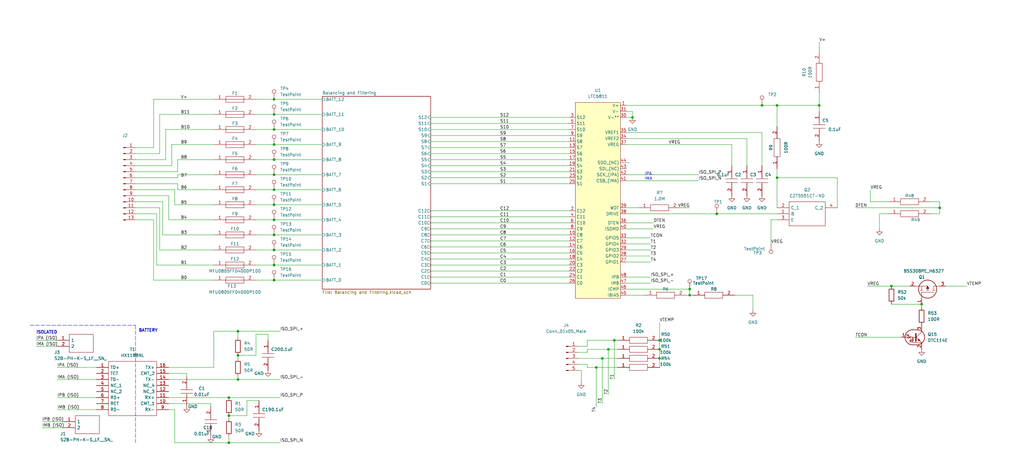
<source format=kicad_sch>
(kicad_sch (version 20211123) (generator eeschema)
  (paper "User" 431.8 199.009)
  (title_block (title "LVBMS_A_Sample_R2") (rev "2") (company "Team Swinburne"))
  (junction (at 251.46 154.94))
  (junction (at 115.57 92.71))
  (junction (at 115.57 54.61))
  (junction (at 100.33 139.7))
  (junction (at 115.57 118.11))
  (junction (at 278.13 143.51))
  (junction (at 100.33 149.86))
  (junction (at 327.66 44.45))
  (junction (at 302.26 90.17))
  (junction (at 115.57 67.31))
  (junction (at 115.57 41.91))
  (junction (at 278.13 151.13))
  (junction (at 321.31 44.45))
  (junction (at 96.52 167.64))
  (junction (at 388.62 128.27))
  (junction (at 115.57 60.96))
  (junction (at 96.52 186.69))
  (junction (at 115.57 105.41))
  (junction (at 115.57 80.01))
  (junction (at 256.54 147.32))
  (junction (at 375.92 120.65))
  (junction (at 259.08 143.51))
  (junction (at 115.57 73.66))
  (junction (at 115.57 111.76))
  (junction (at 345.44 44.45))
  (junction (at 266.7 49.53))
  (junction (at 115.57 48.26))
  (junction (at 396.24 87.63))
  (junction (at 290.83 121.92))
  (junction (at 327.66 74.93))
  (junction (at 254 151.13))
  (junction (at 278.13 147.32))
  (junction (at 100.33 160.02))
  (junction (at 115.57 86.36))
  (junction (at 96.52 175.26))
  (junction (at 115.57 99.06))
  (junction (at 290.83 124.46))
  (wire (pts (xy 107.95 73.66) (xy 115.57 73.66)))
  (wire (pts (xy 90.17 154.94) (xy 90.17 139.7)))
  (wire (pts (xy 254 151.13) (xy 260.35 151.13)))
  (wire (pts (xy 107.95 41.91) (xy 115.57 41.91)))
  (wire (pts (xy 100.33 149.86) (xy 107.95 149.86)))
  (wire (pts (xy 360.68 142.24) (xy 379.73 142.24)))
  (wire (pts (xy 370.84 90.17) (xy 370.84 96.52)))
  (wire (pts (xy 64.77 62.23) (xy 64.77 41.91)))
  (wire (pts (xy 264.16 90.17) (xy 302.26 90.17)))
  (wire (pts (xy 68.58 85.09) (xy 68.58 99.06)))
  (wire (pts (xy 100.33 139.7) (xy 118.11 139.7)))
  (wire (pts (xy 254 170.18) (xy 254 151.13)))
  (wire (pts (xy 73.66 172.72) (xy 73.66 186.69)))
  (wire (pts (xy 71.12 92.71) (xy 90.17 92.71)))
  (wire (pts (xy 243.84 153.67) (xy 247.65 153.67)))
  (wire (pts (xy 115.57 105.41) (xy 135.89 105.41)))
  (wire (pts (xy 264.16 93.98) (xy 275.59 93.98)))
  (wire (pts (xy 327.66 74.93) (xy 327.66 87.63)))
  (wire (pts (xy 247.65 154.94) (xy 251.46 154.94)))
  (wire (pts (xy 181.61 119.38) (xy 240.03 119.38)))
  (wire (pts (xy 181.61 99.06) (xy 240.03 99.06)))
  (wire (pts (xy 181.61 106.68) (xy 240.03 106.68)))
  (wire (pts (xy 290.83 121.92) (xy 290.83 124.46)))
  (wire (pts (xy 107.95 80.01) (xy 115.57 80.01)))
  (wire (pts (xy 264.16 96.52) (xy 275.59 96.52)))
  (wire (pts (xy 321.31 69.85) (xy 321.31 55.88)))
  (wire (pts (xy 251.46 154.94) (xy 251.46 171.45)))
  (wire (pts (xy 317.5 124.46) (xy 317.5 130.81)))
  (wire (pts (xy 256.54 166.37) (xy 256.54 147.32)))
  (wire (pts (xy 71.12 167.64) (xy 96.52 167.64)))
  (wire (pts (xy 69.85 54.61) (xy 69.85 67.31)))
  (wire (pts (xy 278.13 143.51) (xy 278.13 147.32)))
  (wire (pts (xy 302.26 90.17) (xy 327.66 90.17)))
  (wire (pts (xy 327.66 44.45) (xy 345.44 44.45)))
  (wire (pts (xy 264.16 76.2) (xy 294.64 76.2)))
  (wire (pts (xy 292.1 124.46) (xy 290.83 124.46)))
  (wire (pts (xy 107.95 86.36) (xy 115.57 86.36)))
  (wire (pts (xy 243.84 146.05) (xy 247.65 146.05)))
  (wire (pts (xy 78.74 158.75) (xy 78.74 157.48)))
  (wire (pts (xy 57.15 90.17) (xy 66.04 90.17)))
  (wire (pts (xy 74.93 67.31) (xy 90.17 67.31)))
  (wire (pts (xy 375.92 120.65) (xy 383.54 120.65)))
  (wire (pts (xy 245.11 156.21) (xy 243.84 156.21)))
  (polyline (pts (xy 57.15 137.16) (xy 57.15 186.69)))
  (wire (pts (xy 309.88 124.46) (xy 317.5 124.46)))
  (wire (pts (xy 104.14 175.26) (xy 96.52 175.26)))
  (wire (pts (xy 100.33 149.86) (xy 100.33 151.13)))
  (wire (pts (xy 278.13 147.32) (xy 278.13 151.13)))
  (wire (pts (xy 392.43 85.09) (xy 396.24 85.09)))
  (wire (pts (xy 325.12 92.71) (xy 325.12 102.87)))
  (wire (pts (xy 345.44 44.45) (xy 345.44 46.99)))
  (wire (pts (xy 107.95 54.61) (xy 115.57 54.61)))
  (wire (pts (xy 15.24 146.05) (xy 24.13 146.05)))
  (wire (pts (xy 17.78 180.34) (xy 26.67 180.34)))
  (wire (pts (xy 71.12 154.94) (xy 90.17 154.94)))
  (wire (pts (xy 74.93 74.93) (xy 74.93 73.66)))
  (wire (pts (xy 256.54 147.32) (xy 260.35 147.32)))
  (wire (pts (xy 57.15 74.93) (xy 74.93 74.93)))
  (wire (pts (xy 321.31 44.45) (xy 264.16 44.45)))
  (wire (pts (xy 69.85 67.31) (xy 57.15 67.31)))
  (wire (pts (xy 287.02 87.63) (xy 290.83 87.63)))
  (wire (pts (xy 266.7 46.99) (xy 264.16 46.99)))
  (wire (pts (xy 264.16 68.58) (xy 265.43 68.58)))
  (wire (pts (xy 264.16 87.63) (xy 269.24 87.63)))
  (wire (pts (xy 90.17 139.7) (xy 100.33 139.7)))
  (wire (pts (xy 24.13 160.02) (xy 40.64 160.02)))
  (wire (pts (xy 57.15 92.71) (xy 64.77 92.71)))
  (wire (pts (xy 181.61 111.76) (xy 240.03 111.76)))
  (wire (pts (xy 115.57 111.76) (xy 135.89 111.76)))
  (wire (pts (xy 181.61 69.85) (xy 240.03 69.85)))
  (wire (pts (xy 314.96 58.42) (xy 264.16 58.42)))
  (wire (pts (xy 73.66 86.36) (xy 90.17 86.36)))
  (wire (pts (xy 115.57 60.96) (xy 135.89 60.96)))
  (wire (pts (xy 181.61 96.52) (xy 240.03 96.52)))
  (wire (pts (xy 321.31 55.88) (xy 264.16 55.88)))
  (wire (pts (xy 290.83 124.46) (xy 289.56 124.46)))
  (wire (pts (xy 67.31 48.26) (xy 90.17 48.26)))
  (wire (pts (xy 367.03 85.09) (xy 374.65 85.09)))
  (wire (pts (xy 96.52 186.69) (xy 118.11 186.69)))
  (wire (pts (xy 181.61 52.07) (xy 240.03 52.07)))
  (wire (pts (xy 57.15 64.77) (xy 67.31 64.77)))
  (wire (pts (xy 73.66 186.69) (xy 96.52 186.69)))
  (wire (pts (xy 115.57 48.26) (xy 135.89 48.26)))
  (wire (pts (xy 264.16 116.84) (xy 274.32 116.84)))
  (wire (pts (xy 107.95 149.86) (xy 107.95 140.97)))
  (wire (pts (xy 107.95 118.11) (xy 115.57 118.11)))
  (wire (pts (xy 107.95 105.41) (xy 115.57 105.41)))
  (wire (pts (xy 107.95 99.06) (xy 115.57 99.06)))
  (wire (pts (xy 115.57 86.36) (xy 135.89 86.36)))
  (wire (pts (xy 264.16 124.46) (xy 271.78 124.46)))
  (wire (pts (xy 100.33 160.02) (xy 118.11 160.02)))
  (wire (pts (xy 264.16 105.41) (xy 274.32 105.41)))
  (wire (pts (xy 327.66 74.93) (xy 353.06 74.93)))
  (wire (pts (xy 365.76 120.65) (xy 375.92 120.65)))
  (wire (pts (xy 266.7 49.53) (xy 266.7 46.99)))
  (wire (pts (xy 181.61 109.22) (xy 240.03 109.22)))
  (wire (pts (xy 78.74 157.48) (xy 71.12 157.48)))
  (wire (pts (xy 264.16 102.87) (xy 274.32 102.87)))
  (wire (pts (xy 24.13 167.64) (xy 40.64 167.64)))
  (wire (pts (xy 115.57 99.06) (xy 135.89 99.06)))
  (wire (pts (xy 64.77 118.11) (xy 90.17 118.11)))
  (wire (pts (xy 24.13 154.94) (xy 40.64 154.94)))
  (wire (pts (xy 68.58 99.06) (xy 90.17 99.06)))
  (wire (pts (xy 71.12 160.02) (xy 100.33 160.02)))
  (wire (pts (xy 181.61 74.93) (xy 240.03 74.93)))
  (wire (pts (xy 259.08 160.02) (xy 259.08 143.51)))
  (wire (pts (xy 247.65 153.67) (xy 247.65 154.94)))
  (wire (pts (xy 278.13 151.13) (xy 278.13 154.94)))
  (wire (pts (xy 74.93 67.31) (xy 74.93 72.39)))
  (wire (pts (xy 308.61 60.96) (xy 308.61 69.85)))
  (wire (pts (xy 264.16 73.66) (xy 294.64 73.66)))
  (wire (pts (xy 367.03 80.01) (xy 367.03 85.09)))
  (wire (pts (xy 181.61 62.23) (xy 240.03 62.23)))
  (wire (pts (xy 321.31 44.45) (xy 327.66 44.45)))
  (wire (pts (xy 115.57 118.11) (xy 135.89 118.11)))
  (wire (pts (xy 72.39 69.85) (xy 72.39 60.96)))
  (wire (pts (xy 74.93 77.47) (xy 74.93 80.01)))
  (wire (pts (xy 66.04 90.17) (xy 66.04 111.76)))
  (wire (pts (xy 314.96 69.85) (xy 314.96 58.42)))
  (wire (pts (xy 64.77 41.91) (xy 90.17 41.91)))
  (wire (pts (xy 69.85 54.61) (xy 90.17 54.61)))
  (wire (pts (xy 374.65 90.17) (xy 370.84 90.17)))
  (wire (pts (xy 392.43 90.17) (xy 396.24 90.17)))
  (wire (pts (xy 345.44 17.78) (xy 345.44 21.59)))
  (wire (pts (xy 115.57 67.31) (xy 135.89 67.31)))
  (wire (pts (xy 57.15 80.01) (xy 73.66 80.01)))
  (wire (pts (xy 67.31 87.63) (xy 57.15 87.63)))
  (wire (pts (xy 72.39 60.96) (xy 90.17 60.96)))
  (wire (pts (xy 71.12 170.18) (xy 88.9 170.18)))
  (wire (pts (xy 247.65 147.32) (xy 256.54 147.32)))
  (wire (pts (xy 360.68 87.63) (xy 396.24 87.63)))
  (wire (pts (xy 247.65 148.59) (xy 247.65 147.32)))
  (wire (pts (xy 113.03 140.97) (xy 113.03 143.51)))
  (wire (pts (xy 388.62 128.27) (xy 388.62 129.54)))
  (wire (pts (xy 74.93 73.66) (xy 90.17 73.66)))
  (wire (pts (xy 74.93 72.39) (xy 57.15 72.39)))
  (wire (pts (xy 327.66 71.12) (xy 327.66 74.93)))
  (wire (pts (xy 115.57 92.71) (xy 135.89 92.71)))
  (wire (pts (xy 100.33 158.75) (xy 100.33 160.02)))
  (wire (pts (xy 181.61 114.3) (xy 240.03 114.3)))
  (wire (pts (xy 57.15 77.47) (xy 74.93 77.47)))
  (wire (pts (xy 96.52 167.64) (xy 118.11 167.64)))
  (wire (pts (xy 71.12 172.72) (xy 73.66 172.72)))
  (wire (pts (xy 181.61 101.6) (xy 240.03 101.6)))
  (wire (pts (xy 264.16 110.49) (xy 274.32 110.49)))
  (wire (pts (xy 259.08 143.51) (xy 260.35 143.51)))
  (wire (pts (xy 181.61 67.31) (xy 240.03 67.31)))
  (wire (pts (xy 398.78 120.65) (xy 407.67 120.65)))
  (wire (pts (xy 181.61 64.77) (xy 240.03 64.77)))
  (wire (pts (xy 109.22 168.91) (xy 104.14 168.91)))
  (wire (pts (xy 278.13 143.51) (xy 278.13 135.89)))
  (wire (pts (xy 71.12 92.71) (xy 71.12 82.55)))
  (wire (pts (xy 181.61 54.61) (xy 240.03 54.61)))
  (wire (pts (xy 115.57 80.01) (xy 135.89 80.01)))
  (wire (pts (xy 181.61 88.9) (xy 240.03 88.9)))
  (wire (pts (xy 66.04 111.76) (xy 90.17 111.76)))
  (wire (pts (xy 181.61 59.69) (xy 240.03 59.69)))
  (wire (pts (xy 396.24 85.09) (xy 396.24 87.63)))
  (wire (pts (xy 264.16 60.96) (xy 308.61 60.96)))
  (wire (pts (xy 181.61 104.14) (xy 240.03 104.14)))
  (wire (pts (xy 181.61 49.53) (xy 240.03 49.53)))
  (polyline (pts (xy 12.7 137.16) (xy 57.15 137.16)))
  (wire (pts (xy 264.16 121.92) (xy 290.83 121.92)))
  (wire (pts (xy 100.33 139.7) (xy 100.33 142.24)))
  (wire (pts (xy 107.95 92.71) (xy 115.57 92.71)))
  (wire (pts (xy 264.16 49.53) (xy 266.7 49.53)))
  (wire (pts (xy 57.15 62.23) (xy 64.77 62.23)))
  (wire (pts (xy 345.44 44.45) (xy 345.44 39.37)))
  (wire (pts (xy 247.65 146.05) (xy 247.65 143.51)))
  (wire (pts (xy 17.78 177.8) (xy 26.67 177.8)))
  (wire (pts (xy 115.57 54.61) (xy 135.89 54.61)))
  (wire (pts (xy 73.66 80.01) (xy 73.66 86.36)))
  (wire (pts (xy 264.16 107.95) (xy 274.32 107.95)))
  (wire (pts (xy 264.16 119.38) (xy 274.32 119.38)))
  (wire (pts (xy 247.65 143.51) (xy 259.08 143.51)))
  (wire (pts (xy 67.31 64.77) (xy 67.31 48.26)))
  (wire (pts (xy 181.61 77.47) (xy 240.03 77.47)))
  (wire (pts (xy 375.92 128.27) (xy 388.62 128.27)))
  (wire (pts (xy 115.57 41.91) (xy 135.89 41.91)))
  (wire (pts (xy 74.93 80.01) (xy 90.17 80.01)))
  (wire (pts (xy 88.9 171.45) (xy 88.9 170.18)))
  (wire (pts (xy 57.15 85.09) (xy 68.58 85.09)))
  (wire (pts (xy 251.46 154.94) (xy 260.35 154.94)))
  (wire (pts (xy 67.31 105.41) (xy 67.31 87.63)))
  (wire (pts (xy 115.57 73.66) (xy 135.89 73.66)))
  (wire (pts (xy 181.61 116.84) (xy 240.03 116.84)))
  (wire (pts (xy 57.15 69.85) (xy 72.39 69.85)))
  (wire (pts (xy 181.61 93.98) (xy 240.03 93.98)))
  (wire (pts (xy 181.61 72.39) (xy 240.03 72.39)))
  (wire (pts (xy 264.16 100.33) (xy 274.32 100.33)))
  (wire (pts (xy 396.24 87.63) (xy 396.24 90.17)))
  (wire (pts (xy 181.61 57.15) (xy 240.03 57.15)))
  (wire (pts (xy 107.95 67.31) (xy 115.57 67.31)))
  (wire (pts (xy 96.52 175.26) (xy 96.52 176.53)))
  (wire (pts (xy 327.66 92.71) (xy 325.12 92.71)))
  (wire (pts (xy 243.84 151.13) (xy 254 151.13)))
  (wire (pts (xy 107.95 60.96) (xy 115.57 60.96)))
  (wire (pts (xy 353.06 87.63) (xy 353.06 74.93)))
  (wire (pts (xy 243.84 148.59) (xy 247.65 148.59)))
  (wire (pts (xy 107.95 48.26) (xy 115.57 48.26)))
  (wire (pts (xy 15.24 143.51) (xy 24.13 143.51)))
  (wire (pts (xy 327.66 44.45) (xy 327.66 53.34)))
  (wire (pts (xy 96.52 184.15) (xy 96.52 186.69)))
  (wire (pts (xy 107.95 111.76) (xy 115.57 111.76)))
  (wire (pts (xy 24.13 172.72) (xy 40.64 172.72)))
  (wire (pts (xy 181.61 91.44) (xy 240.03 91.44)))
  (wire (pts (xy 64.77 92.71) (xy 64.77 118.11)))
  (wire (pts (xy 107.95 140.97) (xy 113.03 140.97)))
  (wire (pts (xy 71.12 82.55) (xy 57.15 82.55)))
  (wire (pts (xy 67.31 105.41) (xy 90.17 105.41)))
  (wire (pts (xy 104.14 168.91) (xy 104.14 175.26)))
  (wire (pts (xy 245.11 161.29) (xy 245.11 156.21)))
  (text "IPA\nIMA" (at 271.78 76.2 0) (effects (font (size 1.27 1.27)) (justify left bottom)))
  (text "BATTERY\n\n" (at 58.42 142.24 0) (effects (font (size 1.27 1.27) bold) (justify left bottom)))
  (text "ISOLATED\n" (at 15.24 140.97 0) (effects (font (size 1.27 1.27) (thickness 0.254) bold) (justify left bottom)))
  (label "T2" (at 274.32 105.41 0))
  (label "VREG" (at 367.03 80.01 0))
  (label "T3" (at 274.32 107.95 0))
  (label "S10" (at 210.82 54.61 0))
  (label "ISO_SPI_N" (at 118.11 186.69 0))
  (label "C9" (at 210.82 96.52 0))
  (label "B9" (at 76.2 60.96 0))
  (label "S2" (at 210.82 74.93 0))
  (label "T4" (at 251.46 171.45 270))
  (label "C10" (at 210.82 93.98 0))
  (label "ISO_SPI_-" (at 274.32 119.38 0))
  (label "T1" (at 274.32 102.87 0))
  (label "ISO_SPI_N" (at 294.64 76.2 0))
  (label "ISO_SPI_P" (at 118.11 167.64 0))
  (label "S7" (at 210.82 62.23 0))
  (label "B11" (at 76.2 48.26 0))
  (label "S1" (at 210.82 77.47 0))
  (label "B7" (at 76.2 74.93 0))
  (label "S4" (at 210.82 69.85 0))
  (label "DTEN" (at 360.68 87.63 0))
  (label "C4" (at 210.82 109.22 0))
  (label "B3" (at 76.2 99.06 0))
  (label "B2" (at 76.2 105.41 0))
  (label "S8" (at 210.82 59.69 0))
  (label "IPB (ISO)" (at 17.78 177.8 0))
  (label "TCON" (at 274.32 100.33 0))
  (label "VREG" (at 325.12 102.87 0))
  (label "S3" (at 210.82 72.39 0))
  (label "T1" (at 259.08 160.02 90))
  (label "IMA (ISO)" (at 24.13 160.02 0))
  (label "ISO_SPI_+" (at 118.11 139.7 0))
  (label "IPA (ISO)" (at 15.24 143.51 0))
  (label "DTEN" (at 275.59 93.98 0))
  (label "IMA (ISO)" (at 15.24 146.05 0))
  (label "C3" (at 210.82 111.76 0))
  (label "S5" (at 210.82 67.31 0))
  (label "V+" (at 345.44 17.78 0))
  (label "C5" (at 210.82 106.68 0))
  (label "B8" (at 76.2 67.31 0))
  (label "S11" (at 210.82 52.07 0))
  (label "S6" (at 210.82 64.77 0))
  (label "VTEMP" (at 278.13 135.89 0))
  (label "TCON" (at 360.68 142.24 0))
  (label "ISO_SPI_+" (at 274.32 116.84 0))
  (label "C1" (at 210.82 116.84 0))
  (label "VREG" (at 365.76 120.65 0))
  (label "B1" (at 76.2 111.76 0))
  (label "B0" (at 76.2 118.11 0))
  (label "VTEMP" (at 407.67 120.65 0))
  (label "IPB (ISO)" (at 24.13 167.64 0))
  (label "V+" (at 76.2 41.91 0))
  (label "S9" (at 210.82 57.15 0))
  (label "C0" (at 210.82 119.38 0))
  (label "ISO_SPI_P" (at 294.64 73.66 0))
  (label "VREG" (at 290.83 87.63 180))
  (label "C12" (at 210.82 88.9 0))
  (label "VREG" (at 275.59 96.52 0))
  (label "C11" (at 210.82 91.44 0))
  (label "IMB (ISO)" (at 17.78 180.34 0))
  (label "C7" (at 210.82 101.6 0))
  (label "IMB (ISO)" (at 24.13 172.72 0))
  (label "ISO_SPI_-" (at 118.11 160.02 0))
  (label "VREG" (at 281.94 60.96 0))
  (label "C6" (at 210.82 104.14 0))
  (label "B10" (at 76.2 54.61 0))
  (label "B5" (at 76.2 86.36 0))
  (label "IPA (ISO)" (at 24.13 154.94 0))
  (label "B4" (at 76.2 92.71 0))
  (label "T2" (at 256.54 166.37 90))
  (label "T4" (at 274.32 110.49 0))
  (label "C2" (at 210.82 114.3 0))
  (label "C8" (at 210.82 99.06 0))
  (label "S12" (at 210.82 49.53 0))
  (label "B6" (at 76.2 80.01 0))
  (label "T3" (at 254 170.18 90))
  (symbol (lib_id "ERJP06F1000V:ERJP06F1000V") (at 374.65 85.09 0) (unit 1)
    (property "Reference" "R48" (at 383.54 82.55 0))
    (property "Value" "100R" (effects hide))
    (property "Footprint" "Resistor_SMD:R_0603_1608Metric_Pad0.98x0.95mm_HandSolder" (effects hide))
    (property "Datasheet" "https://industrial.panasonic.com/cdbs/www-data/pdf/RDO0000/AOA0000C331.pdf" (effects hide))
    (property "Description" "Panasonic ERJP06 Series Thick Film Surface Mount Resistor 0805 Case 100 +/-1% 0.5W +/-100ppm/C" (effects hide))
    (property "Height" "0.7" (effects hide))
    (property "Manufacturer_Name" "Panasonic" (effects hide))
    (property "Manufacturer_Part_Number" "ERJP06F1000V" (effects hide))
  )
  (symbol (lib_id "Connector:TestPoint") (at 115.57 60.96 0) (unit 1)
    (property "Reference" "TP7" (at 118.11 56.3879 0) (effects (justify left)))
    (property "Value" "TestPoint" (at 118.11 58.9279 0) (effects (justify left)))
    (property "Footprint" "TestPoint:TestPoint_Pad_D1.0mm" (effects hide))
  )
  (symbol (lib_id "Device:R") (at 96.52 180.34 0) (unit 1)
    (property "Reference" "R3" (at 99.06 179.0699 0) (effects (justify left)))
    (property "Value" "50R" (at 99.06 181.6099 0) (effects (justify left)))
    (property "Footprint" "Resistor_SMD:R_0603_1608Metric_Pad0.98x0.95mm_HandSolder" (effects hide))
  )
  (symbol (lib_id "Connector:TestPoint") (at 115.57 111.76 0) (unit 1)
    (property "Reference" "TP15" (at 118.11 107.1879 0) (effects (justify left)))
    (property "Value" "TestPoint" (at 118.11 109.7279 0) (effects (justify left)))
    (property "Footprint" "TestPoint:TestPoint_Pad_D1.0mm" (effects hide))
  )
  (symbol (lib_id "MFU0805FF04000P100:MFU0805FF04000P100") (at 90.17 48.26 0) (unit 1)
    (property "Reference" "F2" (at 99.06 45.72 0))
    (property "Value" "MFU0805FF04000P100" (effects hide))
    (property "Footprint" "Fuse:Fuse_0603_1608Metric_Pad1.05x0.95mm_HandSolder" (effects hide))
    (property "Datasheet" "http://www.vishay.com/docs/28747/mfuserie.pdf" (effects hide))
    (property "Description" "VISHAY - MFU0805FF04000P100. - FUSE, 0805 SMD, 4A" (effects hide))
    (property "Height" "0.55" (effects hide))
    (property "Manufacturer_Name" "Vishay" (effects hide))
    (property "Manufacturer_Part_Number" "MFU0805FF04000P100" (effects hide))
    (property "Mouser Part Number" "594-MFU0805FF04000P1" (effects hide))
    (property "Mouser Price/Stock" "https://www.mouser.co.uk/ProductDetail/Vishay-Beyschlag/MFU0805FF04000P100?qs=oI046glRurvInTGsRs7uKw%3D%3D" (effects hide))
    (property "Arrow Part Number" "MFU0805FF04000P100" (effects hide))
    (property "Arrow Price/Stock" "https://www.arrow.com/en/products/mfu0805ff04000p100/vishay?region=nac" (effects hide))
  )
  (symbol (lib_id "Transistor_BJT:DTC114E") (at 386.08 142.24 0) (unit 1)
    (property "Reference" "Q15" (at 391.16 140.9699 0) (effects (justify left)))
    (property "Value" "DTC114E" (at 391.16 143.5099 0) (effects (justify left)))
    (property "Footprint" "Package_TO_SOT_SMD:SOT-23" (effects hide))
  )
  (symbol (lib_id "ERJ-P06J105V:ERJ-P06J105V") (at 269.24 87.63 0) (unit 1)
    (property "Reference" "R7" (at 278.13 81.28 0))
    (property "Value" "1.0M" (at 278.13 83.82 0))
    (property "Footprint" "Resistor_SMD:R_0603_1608Metric_Pad0.98x0.95mm_HandSolder" (effects hide))
    (property "Datasheet" "https://industrial.panasonic.com/cdbs/www-data/pdf/RDO0000/AOA0000C331.pdf" (effects hide))
    (property "Description" "Thick Film Resistors - SMD 0805 1.0Mohms 0.5W 5% Tol AEC-Q200" (effects hide))
    (property "Height" "0.7" (effects hide))
    (property "Manufacturer_Name" "Panasonic" (effects hide))
    (property "Manufacturer_Part_Number" "ERJ-P06J105V" (effects hide))
    (property "Mouser Part Number" "667-ERJ-P06J105V" (effects hide))
    (property "Mouser Price/Stock" "https://www.mouser.com/Search/Refine.aspx?Keyword=667-ERJ-P06J105V" (effects hide))
    (property "Arrow Part Number" "ERJ-P06J105V" (effects hide))
    (property "Arrow Price/Stock" "https://www.arrow.com/en/products/erj-p06j105v/panasonic?region=nac" (effects hide))
  )
  (symbol (lib_id "MFU0805FF04000P100:MFU0805FF04000P100") (at 90.17 99.06 0) (unit 1)
    (property "Reference" "F10" (at 99.06 96.52 0))
    (property "Value" "MFU0805FF04000P100" (effects hide))
    (property "Footprint" "Fuse:Fuse_0603_1608Metric_Pad1.05x0.95mm_HandSolder" (effects hide))
    (property "Datasheet" "http://www.vishay.com/docs/28747/mfuserie.pdf" (effects hide))
    (property "Description" "VISHAY - MFU0805FF04000P100. - FUSE, 0805 SMD, 4A" (effects hide))
    (property "Height" "0.55" (effects hide))
    (property "Manufacturer_Name" "Vishay" (effects hide))
    (property "Manufacturer_Part_Number" "MFU0805FF04000P100" (effects hide))
    (property "Mouser Part Number" "594-MFU0805FF04000P1" (effects hide))
    (property "Mouser Price/Stock" "https://www.mouser.co.uk/ProductDetail/Vishay-Beyschlag/MFU0805FF04000P100?qs=oI046glRurvInTGsRs7uKw%3D%3D" (effects hide))
    (property "Arrow Part Number" "MFU0805FF04000P100" (effects hide))
    (property "Arrow Price/Stock" "https://www.arrow.com/en/products/mfu0805ff04000p100/vishay?region=nac" (effects hide))
  )
  (symbol (lib_id "ERJP06F1000V:ERJP06F1000V") (at 260.35 143.51 0) (unit 1)
    (property "Reference" "R2" (at 269.24 137.16 0))
    (property "Value" "100k" (at 269.24 139.7 0))
    (property "Footprint" "Resistor_SMD:R_0603_1608Metric_Pad0.98x0.95mm_HandSolder" (effects hide))
    (property "Datasheet" "https://industrial.panasonic.com/cdbs/www-data/pdf/RDO0000/AOA0000C331.pdf" (effects hide))
    (property "Description" "Panasonic ERJP06 Series Thick Film Surface Mount Resistor 0805 Case 100 +/-1% 0.5W +/-100ppm/C" (effects hide))
    (property "Height" "0.7" (effects hide))
    (property "Manufacturer_Name" "Panasonic" (effects hide))
    (property "Manufacturer_Part_Number" "ERJP06F1000V" (effects hide))
  )
  (symbol (lib_id "CC0805JRX7R9BB103:CC0805JRX7R9BB103") (at 88.9 184.15 90) (unit 1)
    (property "Reference" "C18" (at 87.63 180.34 90))
    (property "Value" "0.01uF" (at 85.09 182.88 90))
    (property "Footprint" "Capacitor_SMD:C_0603_1608Metric_Pad1.08x0.95mm_HandSolder" (effects hide))
    (property "Datasheet" "https://www.yageo.com/upload/media/product/productsearch/datasheet/mlcc/UPY-GPHC_X7R_6.3V-to-50V_20.pdf" (effects hide))
    (property "Description" "10000 pF +/-5% 50V Ceramic Capacitor X7R 0805 (2012 Metric)" (effects hide))
    (property "Height" "0.7" (effects hide))
    (property "Manufacturer_Name" "YAGEO" (effects hide))
    (property "Manufacturer_Part_Number" "CC0805JRX7R9BB103" (effects hide))
  )
  (symbol (lib_id "S2B-PH-K-S_LF__SN_:S2B-PH-K-S_LF__SN_") (at 24.13 143.51 0) (unit 1)
    (property "Reference" "J3" (at 22.86 148.59 0) (effects (justify left)))
    (property "Value" "S2B-PH-K-S_LF__SN_" (at 22.86 151.13 0) (effects (justify left)))
    (property "Footprint" "Connector_JST:JST_EH_B2B-EH-A_1x02_P2.50mm_Vertical" (effects hide))
    (property "Datasheet" "http://uk.rs-online.com/web/p/products/8201494" (effects hide))
    (property "Description" "PH-2.0mm Header side entry 2 way JST PH Series, Series Number S2B, 2mm Pitch 2 Way 1 Row Right Angle PCB Header, Through Hole Termination, 2A" (effects hide))
    (property "Height" "4.8" (effects hide))
    (property "Manufacturer_Name" "JST (JAPAN SOLDERLESS TERMINALS)" (effects hide))
    (property "Manufacturer_Part_Number" "S2B-PH-K-S(LF)(SN)" (effects hide))
    (property "Arrow Part Number" "S2B-PH-K-S(LF)(SN)" (effects hide))
    (property "Arrow Price/Stock" "https://www.arrow.com/en/products/s2b-ph-k-s-lf-sn/jst-manufacturing" (effects hide))
  )
  (symbol (lib_id "Connector:TestPoint") (at 302.26 90.17 0) (unit 1)
    (property "Reference" "TP1" (at 300.99 85.09 0) (effects (justify left)))
    (property "Value" "TestPoint" (effects hide))
    (property "Footprint" "TestPoint:TestPoint_Pad_D1.0mm" (effects hide))
  )
  (symbol (lib_id "power:GND") (at 314.96 82.55 0) (unit 1)
    (property "Reference" "#PWR09" (effects hide))
    (property "Value" "GND" (at 314.96 87.63 0))
  )
  (symbol (lib_id "ERJP06F1000V:ERJP06F1000V") (at 260.35 151.13 0) (unit 1)
    (property "Reference" "R51" (at 280.67 146.05 0))
    (property "Value" "100k" (at 280.67 148.59 0))
    (property "Footprint" "Resistor_SMD:R_0603_1608Metric_Pad0.98x0.95mm_HandSolder" (effects hide))
    (property "Datasheet" "https://industrial.panasonic.com/cdbs/www-data/pdf/RDO0000/AOA0000C331.pdf" (effects hide))
    (property "Description" "Panasonic ERJP06 Series Thick Film Surface Mount Resistor 0805 Case 100 +/-1% 0.5W +/-100ppm/C" (effects hide))
    (property "Height" "0.7" (effects hide))
    (property "Manufacturer_Name" "Panasonic" (effects hide))
    (property "Manufacturer_Part_Number" "ERJP06F1000V" (effects hide))
  )
  (symbol (lib_id "power:GND") (at 317.5 130.81 0) (unit 1)
    (property "Reference" "#PWR0102" (effects hide))
    (property "Value" "GND" (at 317.5 135.89 0))
  )
  (symbol (lib_id "BMS_Library:CC0805JRX7R8BB104") (at 345.44 46.99 270) (unit 1)
    (property "Reference" "C5" (at 346.71 50.8 90) (effects (justify left)))
    (property "Value" "0.1uF" (at 349.25 54.6099 90) (effects (justify left)))
    (property "Footprint" "Capacitor_SMD:C_0603_1608Metric_Pad1.08x0.95mm_HandSolder" (effects hide))
    (property "Datasheet" "https://www.yageo.com/upload/media/product/productsearch/datasheet/mlcc/UPY-GPHC_X7R_6.3V-to-50V_20.pdf" (effects hide))
    (property "Description" "YAGEO - CC0805JRX7R8BB104 - SMD Multilayer Ceramic Capacitor, 0.1 F, 25 V, 0805 [2012 Metric], +/- 5%, X7R, CC Series" (effects hide))
    (property "Height" "0.95" (effects hide))
    (property "Manufacturer_Name" "YAGEO" (effects hide))
    (property "Manufacturer_Part_Number" "CC0805JRX7R8BB104" (effects hide))
    (property "Mouser Part Number" "603-CC805JRX7R8BB104" (effects hide))
    (property "Mouser Price/Stock" "https://www.mouser.co.uk/ProductDetail/YAGEO/CC0805JRX7R8BB104?qs=AgBp2OyFlx%252BZU4KTc42Krw%3D%3D" (effects hide))
    (property "Arrow Part Number" "CC0805JRX7R8BB104" (effects hide))
    (property "Arrow Price/Stock" "https://www.arrow.com/en/products/cc0805jrx7r8bb104/yageo?region=nac" (effects hide))
  )
  (symbol (lib_id "MFU0805FF04000P100:MFU0805FF04000P100") (at 90.17 92.71 0) (unit 1)
    (property "Reference" "F9" (at 99.06 90.17 0))
    (property "Value" "MFU0805FF04000P100" (effects hide))
    (property "Footprint" "Fuse:Fuse_0603_1608Metric_Pad1.05x0.95mm_HandSolder" (effects hide))
    (property "Datasheet" "http://www.vishay.com/docs/28747/mfuserie.pdf" (effects hide))
    (property "Description" "VISHAY - MFU0805FF04000P100. - FUSE, 0805 SMD, 4A" (effects hide))
    (property "Height" "0.55" (effects hide))
    (property "Manufacturer_Name" "Vishay" (effects hide))
    (property "Manufacturer_Part_Number" "MFU0805FF04000P100" (effects hide))
    (property "Mouser Part Number" "594-MFU0805FF04000P1" (effects hide))
    (property "Mouser Price/Stock" "https://www.mouser.co.uk/ProductDetail/Vishay-Beyschlag/MFU0805FF04000P100?qs=oI046glRurvInTGsRs7uKw%3D%3D" (effects hide))
    (property "Arrow Part Number" "MFU0805FF04000P100" (effects hide))
    (property "Arrow Price/Stock" "https://www.arrow.com/en/products/mfu0805ff04000p100/vishay?region=nac" (effects hide))
  )
  (symbol (lib_id "Connector:TestPoint") (at 321.31 44.45 0) (unit 1)
    (property "Reference" "TP2" (at 323.85 39.8779 0) (effects (justify left)))
    (property "Value" "TestPoint" (effects hide))
    (property "Footprint" "TestPoint:TestPoint_Pad_D1.0mm" (effects hide))
  )
  (symbol (lib_id "Device:R") (at 388.62 133.35 0) (unit 1)
    (property "Reference" "R53" (at 391.16 132.0799 0) (effects (justify left)))
    (property "Value" "100R" (at 391.16 134.6199 0) (effects (justify left)))
    (property "Footprint" "Resistor_SMD:R_0603_1608Metric_Pad0.98x0.95mm_HandSolder" (effects hide))
  )
  (symbol (lib_id "Connector:TestPoint") (at 115.57 48.26 0) (unit 1)
    (property "Reference" "TP5" (at 118.11 43.6879 0) (effects (justify left)))
    (property "Value" "TestPoint" (at 118.11 46.2279 0) (effects (justify left)))
    (property "Footprint" "TestPoint:TestPoint_Pad_D1.0mm" (effects hide))
  )
  (symbol (lib_id "BMS_Library:CC0805JRX7R8BB104") (at 321.31 69.85 270) (unit 1)
    (property "Reference" "C4" (at 322.58 73.66 90) (effects (justify left)))
    (property "Value" "0.1uF" (effects hide))
    (property "Footprint" "Capacitor_SMD:C_0603_1608Metric_Pad1.08x0.95mm_HandSolder" (effects hide))
    (property "Datasheet" "https://www.yageo.com/upload/media/product/productsearch/datasheet/mlcc/UPY-GPHC_X7R_6.3V-to-50V_20.pdf" (effects hide))
    (property "Description" "YAGEO - CC0805JRX7R8BB104 - SMD Multilayer Ceramic Capacitor, 0.1 F, 25 V, 0805 [2012 Metric], +/- 5%, X7R, CC Series" (effects hide))
    (property "Height" "0.95" (effects hide))
    (property "Manufacturer_Name" "YAGEO" (effects hide))
    (property "Manufacturer_Part_Number" "CC0805JRX7R8BB104" (effects hide))
    (property "Mouser Part Number" "603-CC805JRX7R8BB104" (effects hide))
    (property "Mouser Price/Stock" "https://www.mouser.co.uk/ProductDetail/YAGEO/CC0805JRX7R8BB104?qs=AgBp2OyFlx%252BZU4KTc42Krw%3D%3D" (effects hide))
    (property "Arrow Part Number" "CC0805JRX7R8BB104" (effects hide))
    (property "Arrow Price/Stock" "https://www.arrow.com/en/products/cc0805jrx7r8bb104/yageo?region=nac" (effects hide))
  )
  (symbol (lib_id "MFU0805FF04000P100:MFU0805FF04000P100") (at 90.17 54.61 0) (unit 1)
    (property "Reference" "F3" (at 99.06 52.07 0))
    (property "Value" "MFU0805FF04000P100" (effects hide))
    (property "Footprint" "Fuse:Fuse_0603_1608Metric_Pad1.05x0.95mm_HandSolder" (effects hide))
    (property "Datasheet" "http://www.vishay.com/docs/28747/mfuserie.pdf" (effects hide))
    (property "Description" "VISHAY - MFU0805FF04000P100. - FUSE, 0805 SMD, 4A" (effects hide))
    (property "Height" "0.55" (effects hide))
    (property "Manufacturer_Name" "Vishay" (effects hide))
    (property "Manufacturer_Part_Number" "MFU0805FF04000P100" (effects hide))
    (property "Mouser Part Number" "594-MFU0805FF04000P1" (effects hide))
    (property "Mouser Price/Stock" "https://www.mouser.co.uk/ProductDetail/Vishay-Beyschlag/MFU0805FF04000P100?qs=oI046glRurvInTGsRs7uKw%3D%3D" (effects hide))
    (property "Arrow Part Number" "MFU0805FF04000P100" (effects hide))
    (property "Arrow Price/Stock" "https://www.arrow.com/en/products/mfu0805ff04000p100/vishay?region=nac" (effects hide))
  )
  (symbol (lib_id "Device:R") (at 100.33 154.94 0) (unit 1)
    (property "Reference" "R5" (at 102.87 153.6699 0) (effects (justify left)))
    (property "Value" "50R" (at 102.87 156.2099 0) (effects (justify left)))
    (property "Footprint" "Resistor_SMD:R_0603_1608Metric_Pad0.98x0.95mm_HandSolder" (effects hide))
  )
  (symbol (lib_id "BMS_Library:CC0805JRX7R8BB104") (at 314.96 69.85 270) (unit 1)
    (property "Reference" "C3" (at 316.23 73.66 90) (effects (justify left)))
    (property "Value" "0.1uF" (effects hide))
    (property "Footprint" "Capacitor_SMD:C_0603_1608Metric_Pad1.08x0.95mm_HandSolder" (effects hide))
    (property "Datasheet" "https://www.yageo.com/upload/media/product/productsearch/datasheet/mlcc/UPY-GPHC_X7R_6.3V-to-50V_20.pdf" (effects hide))
    (property "Description" "YAGEO - CC0805JRX7R8BB104 - SMD Multilayer Ceramic Capacitor, 0.1 F, 25 V, 0805 [2012 Metric], +/- 5%, X7R, CC Series" (effects hide))
    (property "Height" "0.95" (effects hide))
    (property "Manufacturer_Name" "YAGEO" (effects hide))
    (property "Manufacturer_Part_Number" "CC0805JRX7R8BB104" (effects hide))
    (property "Mouser Part Number" "603-CC805JRX7R8BB104" (effects hide))
    (property "Mouser Price/Stock" "https://www.mouser.co.uk/ProductDetail/YAGEO/CC0805JRX7R8BB104?qs=AgBp2OyFlx%252BZU4KTc42Krw%3D%3D" (effects hide))
    (property "Arrow Part Number" "CC0805JRX7R8BB104" (effects hide))
    (property "Arrow Price/Stock" "https://www.arrow.com/en/products/cc0805jrx7r8bb104/yageo?region=nac" (effects hide))
  )
  (symbol (lib_id "Connector:TestPoint") (at 290.83 121.92 0) (unit 1)
    (property "Reference" "TP17" (at 293.37 117.3479 0) (effects (justify left)))
    (property "Value" "TestPoint" (at 292.1 119.38 0) (effects (justify left)))
    (property "Footprint" "TestPoint:TestPoint_Pad_D1.0mm" (effects hide))
  )
  (symbol (lib_id "ERJP06F1000V:ERJP06F1000V") (at 292.1 124.46 0) (unit 1)
    (property "Reference" "R8" (at 300.99 121.92 0))
    (property "Value" "BIAS RESISTOR (VALUE CAN CHANGE)" (effects hide))
    (property "Footprint" "Resistor_SMD:R_0603_1608Metric_Pad0.98x0.95mm_HandSolder" (effects hide))
    (property "Datasheet" "https://industrial.panasonic.com/cdbs/www-data/pdf/RDO0000/AOA0000C331.pdf" (effects hide))
    (property "Description" "Panasonic ERJP06 Series Thick Film Surface Mount Resistor 0805 Case 100 +/-1% 0.5W +/-100ppm/C" (effects hide))
    (property "Height" "0.7" (effects hide))
    (property "Manufacturer_Name" "Panasonic" (effects hide))
    (property "Manufacturer_Part_Number" "ERJP06F1000V" (effects hide))
  )
  (symbol (lib_id "BMS_Library:CC0805JRX7R8BB104") (at 113.03 143.51 270) (unit 1)
    (property "Reference" "C20" (at 114.3 147.32 90) (effects (justify left)))
    (property "Value" "0.1uF" (at 118.11 147.32 90) (effects (justify left)))
    (property "Footprint" "Capacitor_SMD:C_0603_1608Metric_Pad1.08x0.95mm_HandSolder" (effects hide))
    (property "Datasheet" "https://www.yageo.com/upload/media/product/productsearch/datasheet/mlcc/UPY-GPHC_X7R_6.3V-to-50V_20.pdf" (effects hide))
    (property "Description" "YAGEO - CC0805JRX7R8BB104 - SMD Multilayer Ceramic Capacitor, 0.1 F, 25 V, 0805 [2012 Metric], +/- 5%, X7R, CC Series" (effects hide))
    (property "Height" "0.95" (effects hide))
    (property "Manufacturer_Name" "YAGEO" (effects hide))
    (property "Manufacturer_Part_Number" "CC0805JRX7R8BB104" (effects hide))
    (property "Mouser Part Number" "603-CC805JRX7R8BB104" (effects hide))
    (property "Mouser Price/Stock" "https://www.mouser.co.uk/ProductDetail/YAGEO/CC0805JRX7R8BB104?qs=AgBp2OyFlx%252BZU4KTc42Krw%3D%3D" (effects hide))
    (property "Arrow Part Number" "CC0805JRX7R8BB104" (effects hide))
    (property "Arrow Price/Stock" "https://www.arrow.com/en/products/cc0805jrx7r8bb104/yageo?region=nac" (effects hide))
  )
  (symbol (lib_id "Connector:TestPoint") (at 115.57 99.06 0) (unit 1)
    (property "Reference" "TP13" (at 118.11 94.4879 0) (effects (justify left)))
    (property "Value" "TestPoint" (at 118.11 97.0279 0) (effects (justify left)))
    (property "Footprint" "TestPoint:TestPoint_Pad_D1.0mm" (effects hide))
  )
  (symbol (lib_id "ERJP06F1000V:ERJP06F1000V") (at 374.65 90.17 0) (unit 1)
    (property "Reference" "R49" (at 386.08 92.71 0))
    (property "Value" "100R" (effects hide))
    (property "Footprint" "Resistor_SMD:R_0603_1608Metric_Pad0.98x0.95mm_HandSolder" (effects hide))
    (property "Datasheet" "https://industrial.panasonic.com/cdbs/www-data/pdf/RDO0000/AOA0000C331.pdf" (effects hide))
    (property "Description" "Panasonic ERJP06 Series Thick Film Surface Mount Resistor 0805 Case 100 +/-1% 0.5W +/-100ppm/C" (effects hide))
    (property "Height" "0.7" (effects hide))
    (property "Manufacturer_Name" "Panasonic" (effects hide))
    (property "Manufacturer_Part_Number" "ERJP06F1000V" (effects hide))
  )
  (symbol (lib_id "Connector:Conn_01x13_Male") (at 52.07 77.47 0) (unit 1)
    (property "Reference" "J2" (at 52.705 57.15 0))
    (property "Value" "Conn_01x13_Male" (effects hide))
    (property "Footprint" "Connector_PinSocket_2.54mm:PinSocket_1x13_P2.54mm_Vertical" (effects hide))
  )
  (symbol (lib_id "Connector:TestPoint") (at 115.57 80.01 0) (unit 1)
    (property "Reference" "TP10" (at 118.11 75.4379 0) (effects (justify left)))
    (property "Value" "TestPoint" (at 118.11 77.9779 0) (effects (justify left)))
    (property "Footprint" "TestPoint:TestPoint_Pad_D1.0mm" (effects hide))
  )
  (symbol (lib_id "MFU0805FF04000P100:MFU0805FF04000P100") (at 90.17 67.31 0) (unit 1)
    (property "Reference" "F5" (at 99.06 64.77 0))
    (property "Value" "MFU0805FF04000P100" (effects hide))
    (property "Footprint" "Fuse:Fuse_0603_1608Metric_Pad1.05x0.95mm_HandSolder" (effects hide))
    (property "Datasheet" "http://www.vishay.com/docs/28747/mfuserie.pdf" (effects hide))
    (property "Description" "VISHAY - MFU0805FF04000P100. - FUSE, 0805 SMD, 4A" (effects hide))
    (property "Height" "0.55" (effects hide))
    (property "Manufacturer_Name" "Vishay" (effects hide))
    (property "Manufacturer_Part_Number" "MFU0805FF04000P100" (effects hide))
    (property "Mouser Part Number" "594-MFU0805FF04000P1" (effects hide))
    (property "Mouser Price/Stock" "https://www.mouser.co.uk/ProductDetail/Vishay-Beyschlag/MFU0805FF04000P100?qs=oI046glRurvInTGsRs7uKw%3D%3D" (effects hide))
    (property "Arrow Part Number" "MFU0805FF04000P100" (effects hide))
    (property "Arrow Price/Stock" "https://www.arrow.com/en/products/mfu0805ff04000p100/vishay?region=nac" (effects hide))
  )
  (symbol (lib_id "power:GND") (at 388.62 147.32 0) (unit 1)
    (property "Reference" "#PWR0101" (effects hide))
    (property "Value" "GND" (at 388.62 152.4 0))
  )
  (symbol (lib_id "Connector:TestPoint") (at 325.12 102.87 180) (unit 1)
    (property "Reference" "TP3" (at 321.31 106.68 0) (effects (justify left)))
    (property "Value" "TestPoint" (at 322.58 104.9021 0) (effects (justify left)))
    (property "Footprint" "TestPoint:TestPoint_Pad_D1.0mm" (effects hide))
  )
  (symbol (lib_id "CC0805JRX7R9BB103:CC0805JRX7R9BB103") (at 78.74 171.45 90) (unit 1)
    (property "Reference" "C1" (at 85.09 163.83 90))
    (property "Value" "0.01uF" (at 85.09 166.37 90))
    (property "Footprint" "Capacitor_SMD:C_0603_1608Metric_Pad1.08x0.95mm_HandSolder" (effects hide))
    (property "Datasheet" "https://www.yageo.com/upload/media/product/productsearch/datasheet/mlcc/UPY-GPHC_X7R_6.3V-to-50V_20.pdf" (effects hide))
    (property "Description" "10000 pF +/-5% 50V Ceramic Capacitor X7R 0805 (2012 Metric)" (effects hide))
    (property "Height" "0.7" (effects hide))
    (property "Manufacturer_Name" "YAGEO" (effects hide))
    (property "Manufacturer_Part_Number" "CC0805JRX7R9BB103" (effects hide))
  )
  (symbol (lib_id "ERJP06F1000V:ERJP06F1000V") (at 260.35 147.32 0) (unit 1)
    (property "Reference" "R50" (at 280.67 140.97 0))
    (property "Value" "100k" (at 280.67 143.51 0))
    (property "Footprint" "Resistor_SMD:R_0603_1608Metric_Pad0.98x0.95mm_HandSolder" (effects hide))
    (property "Datasheet" "https://industrial.panasonic.com/cdbs/www-data/pdf/RDO0000/AOA0000C331.pdf" (effects hide))
    (property "Description" "Panasonic ERJP06 Series Thick Film Surface Mount Resistor 0805 Case 100 +/-1% 0.5W +/-100ppm/C" (effects hide))
    (property "Height" "0.7" (effects hide))
    (property "Manufacturer_Name" "Panasonic" (effects hide))
    (property "Manufacturer_Part_Number" "ERJP06F1000V" (effects hide))
  )
  (symbol (lib_id "Connector:TestPoint") (at 115.57 105.41 0) (unit 1)
    (property "Reference" "TP14" (at 118.11 100.8379 0) (effects (justify left)))
    (property "Value" "TestPoint" (at 118.11 103.3779 0) (effects (justify left)))
    (property "Footprint" "TestPoint:TestPoint_Pad_D1.0mm" (effects hide))
  )
  (symbol (lib_id "MFU0805FF04000P100:MFU0805FF04000P100") (at 90.17 118.11 0) (unit 1)
    (property "Reference" "F13" (at 97.79 120.65 0))
    (property "Value" "MFU0805FF04000P100" (at 99.06 123.19 0))
    (property "Footprint" "Fuse:Fuse_0603_1608Metric_Pad1.05x0.95mm_HandSolder" (effects hide))
    (property "Datasheet" "http://www.vishay.com/docs/28747/mfuserie.pdf" (effects hide))
    (property "Description" "VISHAY - MFU0805FF04000P100. - FUSE, 0805 SMD, 4A" (effects hide))
    (property "Height" "0.55" (effects hide))
    (property "Manufacturer_Name" "Vishay" (effects hide))
    (property "Manufacturer_Part_Number" "MFU0805FF04000P100" (effects hide))
    (property "Mouser Part Number" "594-MFU0805FF04000P1" (effects hide))
    (property "Mouser Price/Stock" "https://www.mouser.co.uk/ProductDetail/Vishay-Beyschlag/MFU0805FF04000P100?qs=oI046glRurvInTGsRs7uKw%3D%3D" (effects hide))
    (property "Arrow Part Number" "MFU0805FF04000P100" (effects hide))
    (property "Arrow Price/Stock" "https://www.arrow.com/en/products/mfu0805ff04000p100/vishay?region=nac" (effects hide))
  )
  (symbol (lib_id "MFU0805FF04000P100:MFU0805FF04000P100") (at 90.17 60.96 0) (unit 1)
    (property "Reference" "F4" (at 99.06 58.42 0))
    (property "Value" "MFU0805FF04000P100" (effects hide))
    (property "Footprint" "Fuse:Fuse_0603_1608Metric_Pad1.05x0.95mm_HandSolder" (effects hide))
    (property "Datasheet" "http://www.vishay.com/docs/28747/mfuserie.pdf" (effects hide))
    (property "Description" "VISHAY - MFU0805FF04000P100. - FUSE, 0805 SMD, 4A" (effects hide))
    (property "Height" "0.55" (effects hide))
    (property "Manufacturer_Name" "Vishay" (effects hide))
    (property "Manufacturer_Part_Number" "MFU0805FF04000P100" (effects hide))
    (property "Mouser Part Number" "594-MFU0805FF04000P1" (effects hide))
    (property "Mouser Price/Stock" "https://www.mouser.co.uk/ProductDetail/Vishay-Beyschlag/MFU0805FF04000P100?qs=oI046glRurvInTGsRs7uKw%3D%3D" (effects hide))
    (property "Arrow Part Number" "MFU0805FF04000P100" (effects hide))
    (property "Arrow Price/Stock" "https://www.arrow.com/en/products/mfu0805ff04000p100/vishay?region=nac" (effects hide))
  )
  (symbol (lib_id "power:GND") (at 370.84 96.52 0) (unit 1)
    (property "Reference" "#PWR011" (effects hide))
    (property "Value" "GND" (at 370.84 101.6 0))
  )
  (symbol (lib_id "power:GND") (at 109.22 181.61 0) (unit 1)
    (property "Reference" "#PWR0104" (effects hide))
    (property "Value" "GND" (at 105.41 182.88 0))
  )
  (symbol (lib_id "S2B-PH-K-S_LF__SN_:S2B-PH-K-S_LF__SN_") (at 26.67 177.8 0) (unit 1)
    (property "Reference" "J1" (at 25.4 182.88 0) (effects (justify left)))
    (property "Value" "S2B-PH-K-S_LF__SN_" (at 25.4 185.42 0) (effects (justify left)))
    (property "Footprint" "Connector_JST:JST_EH_B2B-EH-A_1x02_P2.50mm_Vertical" (effects hide))
    (property "Datasheet" "http://uk.rs-online.com/web/p/products/8201494" (effects hide))
    (property "Description" "PH-2.0mm Header side entry 2 way JST PH Series, Series Number S2B, 2mm Pitch 2 Way 1 Row Right Angle PCB Header, Through Hole Termination, 2A" (effects hide))
    (property "Height" "4.8" (effects hide))
    (property "Manufacturer_Name" "JST (JAPAN SOLDERLESS TERMINALS)" (effects hide))
    (property "Manufacturer_Part_Number" "S2B-PH-K-S(LF)(SN)" (effects hide))
    (property "Arrow Part Number" "S2B-PH-K-S(LF)(SN)" (effects hide))
    (property "Arrow Price/Stock" "https://www.arrow.com/en/products/s2b-ph-k-s-lf-sn/jst-manufacturing" (effects hide))
  )
  (symbol (lib_id "ERJP06F1000V:ERJP06F1000V") (at 271.78 124.46 0) (unit 1)
    (property "Reference" "R6" (at 280.67 121.92 0))
    (property "Value" "BIAS RESISTOR (VALUE CHANGES)" (effects hide))
    (property "Footprint" "Resistor_SMD:R_0603_1608Metric_Pad0.98x0.95mm_HandSolder" (effects hide))
    (property "Datasheet" "https://industrial.panasonic.com/cdbs/www-data/pdf/RDO0000/AOA0000C331.pdf" (effects hide))
    (property "Description" "Panasonic ERJP06 Series Thick Film Surface Mount Resistor 0805 Case 100 +/-1% 0.5W +/-100ppm/C" (effects hide))
    (property "Height" "0.7" (effects hide))
    (property "Manufacturer_Name" "Panasonic" (effects hide))
    (property "Manufacturer_Part_Number" "ERJP06F1000V" (effects hide))
  )
  (symbol (lib_id "ERJP06F1000V:ERJP06F1000V") (at 345.44 39.37 90) (unit 1)
    (property "Reference" "R10" (at 339.09 30.48 0))
    (property "Value" "100R" (at 341.63 30.48 0))
    (property "Footprint" "Resistor_SMD:R_0603_1608Metric_Pad0.98x0.95mm_HandSolder" (effects hide))
    (property "Datasheet" "https://industrial.panasonic.com/cdbs/www-data/pdf/RDO0000/AOA0000C331.pdf" (effects hide))
    (property "Description" "Panasonic ERJP06 Series Thick Film Surface Mount Resistor 0805 Case 100 +/-1% 0.5W +/-100ppm/C" (effects hide))
    (property "Height" "0.7" (effects hide))
    (property "Manufacturer_Name" "Panasonic" (effects hide))
    (property "Manufacturer_Part_Number" "ERJP06F1000V" (effects hide))
  )
  (symbol (lib_id "Connector:TestPoint") (at 115.57 67.31 0) (unit 1)
    (property "Reference" "TP8" (at 118.11 62.7379 0) (effects (justify left)))
    (property "Value" "TestPoint" (at 118.11 65.2779 0) (effects (justify left)))
    (property "Footprint" "TestPoint:TestPoint_Pad_D1.0mm" (effects hide))
  )
  (symbol (lib_id "CZT5551CT-ND:CZT5551CT-ND") (at 327.66 87.63 0) (unit 1)
    (property "Reference" "Q2" (at 340.36 80.01 0))
    (property "Value" "CZT5551CT-ND" (at 340.36 82.55 0))
    (property "Footprint" "BMS_Library:SOT230P700X180-4N" (effects hide))
    (property "Datasheet" "https://www.centralsemi.com/get_document.php?cmp=1&mergetype=pd&mergepath=pd&pdf_id=CZT5551.PDF" (effects hide))
    (property "Description" "SURFACE MOUNT SILICON NPN TRANSISTOR, SOT-223" (effects hide))
    (property "Height" "1.8" (effects hide))
    (property "Manufacturer_Name" "Central Semiconductor" (effects hide))
    (property "Manufacturer_Part_Number" "CZT5551CT-ND" (effects hide))
  )
  (symbol (lib_id "Connector:TestPoint") (at 115.57 86.36 0) (unit 1)
    (property "Reference" "TP11" (at 118.11 81.7879 0) (effects (justify left)))
    (property "Value" "TestPoint" (at 118.11 84.3279 0) (effects (justify left)))
    (property "Footprint" "TestPoint:TestPoint_Pad_D1.0mm" (effects hide))
  )
  (symbol (lib_id "MFU0805FF04000P100:MFU0805FF04000P100") (at 90.17 105.41 0) (unit 1)
    (property "Reference" "F11" (at 99.06 102.87 0))
    (property "Value" "MFU0805FF04000P100" (effects hide))
    (property "Footprint" "Fuse:Fuse_0603_1608Metric_Pad1.05x0.95mm_HandSolder" (effects hide))
    (property "Datasheet" "http://www.vishay.com/docs/28747/mfuserie.pdf" (effects hide))
    (property "Description" "VISHAY - MFU0805FF04000P100. - FUSE, 0805 SMD, 4A" (effects hide))
    (property "Height" "0.55" (effects hide))
    (property "Manufacturer_Name" "Vishay" (effects hide))
    (property "Manufacturer_Part_Number" "MFU0805FF04000P100" (effects hide))
    (property "Mouser Part Number" "594-MFU0805FF04000P1" (effects hide))
    (property "Mouser Price/Stock" "https://www.mouser.co.uk/ProductDetail/Vishay-Beyschlag/MFU0805FF04000P100?qs=oI046glRurvInTGsRs7uKw%3D%3D" (effects hide))
    (property "Arrow Part Number" "MFU0805FF04000P100" (effects hide))
    (property "Arrow Price/Stock" "https://www.arrow.com/en/products/mfu0805ff04000p100/vishay?region=nac" (effects hide))
  )
  (symbol (lib_id "Connector:TestPoint") (at 115.57 54.61 0) (unit 1)
    (property "Reference" "TP6" (at 118.11 50.0379 0) (effects (justify left)))
    (property "Value" "TestPoint" (at 118.11 52.5779 0) (effects (justify left)))
    (property "Footprint" "TestPoint:TestPoint_Pad_D1.0mm" (effects hide))
  )
  (symbol (lib_id "MFU0805FF04000P100:MFU0805FF04000P100") (at 90.17 73.66 0) (unit 1)
    (property "Reference" "F6" (at 99.06 71.12 0))
    (property "Value" "MFU0805FF04000P100" (effects hide))
    (property "Footprint" "Fuse:Fuse_0603_1608Metric_Pad1.05x0.95mm_HandSolder" (effects hide))
    (property "Datasheet" "http://www.vishay.com/docs/28747/mfuserie.pdf" (effects hide))
    (property "Description" "VISHAY - MFU0805FF04000P100. - FUSE, 0805 SMD, 4A" (effects hide))
    (property "Height" "0.55" (effects hide))
    (property "Manufacturer_Name" "Vishay" (effects hide))
    (property "Manufacturer_Part_Number" "MFU0805FF04000P100" (effects hide))
    (property "Mouser Part Number" "594-MFU0805FF04000P1" (effects hide))
    (property "Mouser Price/Stock" "https://www.mouser.co.uk/ProductDetail/Vishay-Beyschlag/MFU0805FF04000P100?qs=oI046glRurvInTGsRs7uKw%3D%3D" (effects hide))
    (property "Arrow Part Number" "MFU0805FF04000P100" (effects hide))
    (property "Arrow Price/Stock" "https://www.arrow.com/en/products/mfu0805ff04000p100/vishay?region=nac" (effects hide))
  )
  (symbol (lib_id "Connector:Conn_01x05_Male") (at 238.76 151.13 0) (unit 1)
    (property "Reference" "J4" (at 238.76 137.16 0))
    (property "Value" "Conn_01x05_Male" (at 238.76 139.7 0))
    (property "Footprint" "Connector_PinSocket_2.54mm:PinSocket_1x05_P2.54mm_Vertical" (effects hide))
  )
  (symbol (lib_id "power:GND") (at 266.7 49.53 0) (unit 1)
    (property "Reference" "#PWR06" (effects hide))
    (property "Value" "GND" (at 266.7 54.61 0))
  )
  (symbol (lib_id "Connector:TestPoint") (at 115.57 92.71 0) (unit 1)
    (property "Reference" "TP12" (at 118.11 88.1379 0) (effects (justify left)))
    (property "Value" "TestPoint" (at 118.11 90.6779 0) (effects (justify left)))
    (property "Footprint" "TestPoint:TestPoint_Pad_D1.0mm" (effects hide))
  )
  (symbol (lib_id "BMS_Library:CC0805JRX7R8BB104") (at 109.22 168.91 270) (unit 1)
    (property "Reference" "C19" (at 110.49 172.72 90) (effects (justify left)))
    (property "Value" "0.1uF" (at 114.3 172.72 90) (effects (justify left)))
    (property "Footprint" "Capacitor_SMD:C_0603_1608Metric_Pad1.08x0.95mm_HandSolder" (effects hide))
    (property "Datasheet" "https://www.yageo.com/upload/media/product/productsearch/datasheet/mlcc/UPY-GPHC_X7R_6.3V-to-50V_20.pdf" (effects hide))
    (property "Description" "YAGEO - CC0805JRX7R8BB104 - SMD Multilayer Ceramic Capacitor, 0.1 F, 25 V, 0805 [2012 Metric], +/- 5%, X7R, CC Series" (effects hide))
    (property "Height" "0.95" (effects hide))
    (property "Manufacturer_Name" "YAGEO" (effects hide))
    (property "Manufacturer_Part_Number" "CC0805JRX7R8BB104" (effects hide))
    (property "Mouser Part Number" "603-CC805JRX7R8BB104" (effects hide))
    (property "Mouser Price/Stock" "https://www.mouser.co.uk/ProductDetail/YAGEO/CC0805JRX7R8BB104?qs=AgBp2OyFlx%252BZU4KTc42Krw%3D%3D" (effects hide))
    (property "Arrow Part Number" "CC0805JRX7R8BB104" (effects hide))
    (property "Arrow Price/Stock" "https://www.arrow.com/en/products/cc0805jrx7r8bb104/yageo?region=nac" (effects hide))
  )
  (symbol (lib_id "BMS_Library:LTC6811") (at 234.95 62.23 0) (unit 1)
    (property "Reference" "U1" (at 252.095 38.1 0))
    (property "Value" "LTC6811" (at 252.095 40.64 0))
    (property "Footprint" "BMS_Library:LTC6811" (effects hide))
  )
  (symbol (lib_id "Device:R") (at 375.92 124.46 0) (unit 1)
    (property "Reference" "R52" (at 378.46 123.1899 0) (effects (justify left)))
    (property "Value" "50k" (at 378.46 125.7299 0) (effects (justify left)))
    (property "Footprint" "Resistor_SMD:R_0603_1608Metric_Pad0.98x0.95mm_HandSolder" (effects hide))
  )
  (symbol (lib_id "Connector:TestPoint") (at 115.57 118.11 0) (unit 1)
    (property "Reference" "TP16" (at 118.11 113.5379 0) (effects (justify left)))
    (property "Value" "TestPoint" (at 118.11 116.0779 0) (effects (justify left)))
    (property "Footprint" "TestPoint:TestPoint_Pad_D1.0mm" (effects hide))
  )
  (symbol (lib_id "power:GND") (at 113.03 156.21 0) (unit 1)
    (property "Reference" "#PWR0105" (effects hide))
    (property "Value" "GND" (at 109.22 157.48 0))
  )
  (symbol (lib_id "power:GND") (at 345.44 59.69 0) (unit 1)
    (property "Reference" "#PWR012" (effects hide))
    (property "Value" "GND" (at 345.44 64.77 0))
  )
  (symbol (lib_id "MFU0805FF04000P100:MFU0805FF04000P100") (at 90.17 111.76 0) (unit 1)
    (property "Reference" "F12" (at 99.06 109.22 0))
    (property "Value" "MFU0805FF04000P100" (at 99.06 114.3 0))
    (property "Footprint" "Fuse:Fuse_0603_1608Metric_Pad1.05x0.95mm_HandSolder" (effects hide))
    (property "Datasheet" "http://www.vishay.com/docs/28747/mfuserie.pdf" (effects hide))
    (property "Description" "VISHAY - MFU0805FF04000P100. - FUSE, 0805 SMD, 4A" (effects hide))
    (property "Height" "0.55" (effects hide))
    (property "Manufacturer_Name" "Vishay" (effects hide))
    (property "Manufacturer_Part_Number" "MFU0805FF04000P100" (effects hide))
    (property "Mouser Part Number" "594-MFU0805FF04000P1" (effects hide))
    (property "Mouser Price/Stock" "https://www.mouser.co.uk/ProductDetail/Vishay-Beyschlag/MFU0805FF04000P100?qs=oI046glRurvInTGsRs7uKw%3D%3D" (effects hide))
    (property "Arrow Part Number" "MFU0805FF04000P100" (effects hide))
    (property "Arrow Price/Stock" "https://www.arrow.com/en/products/mfu0805ff04000p100/vishay?region=nac" (effects hide))
  )
  (symbol (lib_id "power:GND") (at 88.9 184.15 0) (unit 1)
    (property "Reference" "#PWR0103" (effects hide))
    (property "Value" "GND" (at 91.44 184.15 0))
  )
  (symbol (lib_id "BSS308PE_H6327:BSS308PE_H6327") (at 388.62 128.27 270) (mirror x) (unit 1)
    (property "Reference" "Q1" (at 387.35 116.84 90) (effects (justify left)))
    (property "Value" "BSS308PE_H6327" (at 381 114.3 90) (effects (justify left)))
    (property "Footprint" "BMS_Library:SOT95P260X110-3N" (effects hide))
    (property "Datasheet" "https://componentsearchengine.com/Datasheets/1/BSS308PE H6327.pdf" (effects hide))
    (property "Description" "MOSFET P-Ch -30V -2A SOT-23-3" (effects hide))
    (property "Height" "1.1" (effects hide))
    (property "Manufacturer_Name" "Infineon" (effects hide))
    (property "Manufacturer_Part_Number" "BSS308PE H6327" (effects hide))
    (property "Mouser Part Number" "726-BSS308PEH6327" (effects hide))
    (property "Mouser Price/Stock" "https://www.mouser.co.uk/ProductDetail/Infineon-Technologies/BSS308PE-H6327?qs=oPPfIaWL1l0trIaeR9VW8A%3D%3D" (effects hide))
  )
  (symbol (lib_id "power:GND") (at 78.74 171.45 0) (unit 1)
    (property "Reference" "#PWR01" (effects hide))
    (property "Value" "GND" (at 81.28 171.45 0))
  )
  (symbol (lib_id "HX1188NL:HX1188NL") (at 40.64 154.94 0) (unit 1)
    (property "Reference" "T1" (at 55.88 147.32 0))
    (property "Value" "HX1188NL" (at 55.88 149.86 0))
    (property "Footprint" "BMS_Library:SOIC127P940X597-16N" (effects hide))
    (property "Datasheet" "https://datasheet.datasheetarchive.com/originals/distributors/Datasheets-26/DSA-509439.pdf" (effects hide))
    (property "Description" "PULSE ELECTRONICS - HX1188NL - TRANSFORMER, 1:1, 1PORT, 100BASE-TX, SMT" (effects hide))
    (property "Height" "5.97" (effects hide))
    (property "Manufacturer_Name" "Pulse" (effects hide))
    (property "Manufacturer_Part_Number" "HX1188NL" (effects hide))
    (property "Mouser Part Number" "673-HX1188NL" (effects hide))
    (property "Mouser Price/Stock" "https://www.mouser.co.uk/ProductDetail/Pulse-Electronics/HX1188NL?qs=7h3O1UVlCGMpHy%2Fpsf5GUA%3D%3D" (effects hide))
    (property "Arrow Part Number" "HX1188NL" (effects hide))
    (property "Arrow Price/Stock" "https://www.arrow.com/en/products/hx1188nl/pulse-electronics-corporation?region=nac" (effects hide))
  )
  (symbol (lib_id "Device:R") (at 100.33 146.05 0) (unit 1)
    (property "Reference" "R4" (at 102.87 144.7799 0) (effects (justify left)))
    (property "Value" "50R" (at 102.87 147.3199 0) (effects (justify left)))
    (property "Footprint" "Resistor_SMD:R_0603_1608Metric_Pad0.98x0.95mm_HandSolder" (effects hide))
  )
  (symbol (lib_id "ERJP06F1000V:ERJP06F1000V") (at 327.66 71.12 90) (unit 1)
    (property "Reference" "R9" (at 325.12 62.23 0))
    (property "Value" "100R" (at 331.47 62.23 0))
    (property "Footprint" "Resistor_SMD:R_0603_1608Metric_Pad0.98x0.95mm_HandSolder" (effects hide))
    (property "Datasheet" "https://industrial.panasonic.com/cdbs/www-data/pdf/RDO0000/AOA0000C331.pdf" (effects hide))
    (property "Description" "Panasonic ERJP06 Series Thick Film Surface Mount Resistor 0805 Case 100 +/-1% 0.5W +/-100ppm/C" (effects hide))
    (property "Height" "0.7" (effects hide))
    (property "Manufacturer_Name" "Panasonic" (effects hide))
    (property "Manufacturer_Part_Number" "ERJP06F1000V" (effects hide))
  )
  (symbol (lib_id "MFU0805FF04000P100:MFU0805FF04000P100") (at 90.17 86.36 0) (unit 1)
    (property "Reference" "F8" (at 99.06 83.82 0))
    (property "Value" "MFU0805FF04000P100" (effects hide))
    (property "Footprint" "Fuse:Fuse_0603_1608Metric_Pad1.05x0.95mm_HandSolder" (effects hide))
    (property "Datasheet" "http://www.vishay.com/docs/28747/mfuserie.pdf" (effects hide))
    (property "Description" "VISHAY - MFU0805FF04000P100. - FUSE, 0805 SMD, 4A" (effects hide))
    (property "Height" "0.55" (effects hide))
    (property "Manufacturer_Name" "Vishay" (effects hide))
    (property "Manufacturer_Part_Number" "MFU0805FF04000P100" (effects hide))
    (property "Mouser Part Number" "594-MFU0805FF04000P1" (effects hide))
    (property "Mouser Price/Stock" "https://www.mouser.co.uk/ProductDetail/Vishay-Beyschlag/MFU0805FF04000P100?qs=oI046glRurvInTGsRs7uKw%3D%3D" (effects hide))
    (property "Arrow Part Number" "MFU0805FF04000P100" (effects hide))
    (property "Arrow Price/Stock" "https://www.arrow.com/en/products/mfu0805ff04000p100/vishay?region=nac" (effects hide))
  )
  (symbol (lib_id "power:GND") (at 245.11 161.29 0) (unit 1)
    (property "Reference" "#PWR0106" (effects hide))
    (property "Value" "GND" (at 245.11 166.37 0))
  )
  (symbol (lib_id "MFU0805FF04000P100:MFU0805FF04000P100") (at 90.17 80.01 0) (unit 1)
    (property "Reference" "F7" (at 99.06 77.47 0))
    (property "Value" "MFU0805FF04000P100" (effects hide))
    (property "Footprint" "Fuse:Fuse_0603_1608Metric_Pad1.05x0.95mm_HandSolder" (effects hide))
    (property "Datasheet" "http://www.vishay.com/docs/28747/mfuserie.pdf" (effects hide))
    (property "Description" "VISHAY - MFU0805FF04000P100. - FUSE, 0805 SMD, 4A" (effects hide))
    (property "Height" "0.55" (effects hide))
    (property "Manufacturer_Name" "Vishay" (effects hide))
    (property "Manufacturer_Part_Number" "MFU0805FF04000P100" (effects hide))
    (property "Mouser Part Number" "594-MFU0805FF04000P1" (effects hide))
    (property "Mouser Price/Stock" "https://www.mouser.co.uk/ProductDetail/Vishay-Beyschlag/MFU0805FF04000P100?qs=oI046glRurvInTGsRs7uKw%3D%3D" (effects hide))
    (property "Arrow Part Number" "MFU0805FF04000P100" (effects hide))
    (property "Arrow Price/Stock" "https://www.arrow.com/en/products/mfu0805ff04000p100/vishay?region=nac" (effects hide))
  )
  (symbol (lib_id "power:GND") (at 308.61 82.55 0) (unit 1)
    (property "Reference" "#PWR08" (effects hide))
    (property "Value" "GND" (at 308.61 87.63 0))
  )
  (symbol (lib_id "ERJP06F1000V:ERJP06F1000V") (at 260.35 154.94 0) (unit 1)
    (property "Reference" "R54" (at 280.67 151.13 0))
    (property "Value" "100k" (at 280.67 153.67 0))
    (property "Footprint" "Resistor_SMD:R_0603_1608Metric_Pad0.98x0.95mm_HandSolder" (effects hide))
    (property "Datasheet" "https://industrial.panasonic.com/cdbs/www-data/pdf/RDO0000/AOA0000C331.pdf" (effects hide))
    (property "Description" "Panasonic ERJP06 Series Thick Film Surface Mount Resistor 0805 Case 100 +/-1% 0.5W +/-100ppm/C" (effects hide))
    (property "Height" "0.7" (effects hide))
    (property "Manufacturer_Name" "Panasonic" (effects hide))
    (property "Manufacturer_Part_Number" "ERJP06F1000V" (effects hide))
  )
  (symbol (lib_id "MFU0805FF04000P100:MFU0805FF04000P100") (at 90.17 41.91 0) (unit 1)
    (property "Reference" "F1" (at 99.06 39.37 0))
    (property "Value" "MFU0805FF04000P100" (effects hide))
    (property "Footprint" "Fuse:Fuse_0603_1608Metric_Pad1.05x0.95mm_HandSolder" (effects hide))
    (property "Datasheet" "http://www.vishay.com/docs/28747/mfuserie.pdf" (effects hide))
    (property "Description" "VISHAY - MFU0805FF04000P100. - FUSE, 0805 SMD, 4A" (effects hide))
    (property "Height" "0.55" (effects hide))
    (property "Manufacturer_Name" "Vishay" (effects hide))
    (property "Manufacturer_Part_Number" "MFU0805FF04000P100" (effects hide))
    (property "Mouser Part Number" "594-MFU0805FF04000P1" (effects hide))
    (property "Mouser Price/Stock" "https://www.mouser.co.uk/ProductDetail/Vishay-Beyschlag/MFU0805FF04000P100?qs=oI046glRurvInTGsRs7uKw%3D%3D" (effects hide))
    (property "Arrow Part Number" "MFU0805FF04000P100" (effects hide))
    (property "Arrow Price/Stock" "https://www.arrow.com/en/products/mfu0805ff04000p100/vishay?region=nac" (effects hide))
  )
  (symbol (lib_id "Connector:TestPoint") (at 115.57 41.91 0) (unit 1)
    (property "Reference" "TP4" (at 118.11 37.3379 0) (effects (justify left)))
    (property "Value" "TestPoint" (at 118.11 39.8779 0) (effects (justify left)))
    (property "Footprint" "TestPoint:TestPoint_Pad_D1.0mm" (effects hide))
  )
  (symbol (lib_id "Connector:TestPoint") (at 115.57 73.66 0) (unit 1)
    (property "Reference" "TP9" (at 118.11 69.0879 0) (effects (justify left)))
    (property "Value" "TestPoint" (at 118.11 71.6279 0) (effects (justify left)))
    (property "Footprint" "TestPoint:TestPoint_Pad_D1.0mm" (effects hide))
  )
  (symbol (lib_id "Device:R") (at 96.52 171.45 0) (unit 1)
    (property "Reference" "R1" (at 99.06 170.1799 0) (effects (justify left)))
    (property "Value" "50R" (at 99.06 172.7199 0) (effects (justify left)))
    (property "Footprint" "Resistor_SMD:R_0603_1608Metric_Pad0.98x0.95mm_HandSolder" (effects hide))
  )
  (symbol (lib_id "power:GND") (at 321.31 82.55 0) (unit 1)
    (property "Reference" "#PWR010" (effects hide))
    (property "Value" "GND" (at 321.31 87.63 0))
  )
  (symbol (lib_id "BMS_Library:CC0805JRX7R8BB104") (at 308.61 69.85 270) (unit 1)
    (property "Reference" "C2" (at 309.88 73.66 90) (effects (justify left)))
    (property "Value" "0.1uF" (at 302.26 73.66 90) (effects (justify left)))
    (property "Footprint" "Capacitor_SMD:C_0603_1608Metric_Pad1.08x0.95mm_HandSolder" (effects hide))
    (property "Datasheet" "https://www.yageo.com/upload/media/product/productsearch/datasheet/mlcc/UPY-GPHC_X7R_6.3V-to-50V_20.pdf" (effects hide))
    (property "Description" "YAGEO - CC0805JRX7R8BB104 - SMD Multilayer Ceramic Capacitor, 0.1 F, 25 V, 0805 [2012 Metric], +/- 5%, X7R, CC Series" (effects hide))
    (property "Height" "0.95" (effects hide))
    (property "Manufacturer_Name" "YAGEO" (effects hide))
    (property "Manufacturer_Part_Number" "CC0805JRX7R8BB104" (effects hide))
    (property "Mouser Part Number" "603-CC805JRX7R8BB104" (effects hide))
    (property "Mouser Price/Stock" "https://www.mouser.co.uk/ProductDetail/YAGEO/CC0805JRX7R8BB104?qs=AgBp2OyFlx%252BZU4KTc42Krw%3D%3D" (effects hide))
    (property "Arrow Part Number" "CC0805JRX7R8BB104" (effects hide))
    (property "Arrow Price/Stock" "https://www.arrow.com/en/products/cc0805jrx7r8bb104/yageo?region=nac" (effects hide))
  )
  (sheet (at 135.89 40.64) (size 45.72 81.28) (stroke (width 0.1524))
    (property "Sheet name" "Balancing and Filtering" (at 135.89 39.9284 0) (effects (justify left bottom)))
    (property "Sheet file" "Balancing and Filtering.kicad_sch" (at 135.89 122.5046 0) (effects (justify left top)))
    (pin "C0" output (at 181.61 119.38 0))
    (pin "S3" input (at 181.61 72.39 0))
    (pin "C2" output (at 181.61 114.3 0))
    (pin "C3" output (at 181.61 111.76 0))
    (pin "C1" output (at 181.61 116.84 0))
    (pin "S2" input (at 181.61 74.93 0))
    (pin "S1" input (at 181.61 77.47 0))
    (pin "BATT_0" input (at 135.89 118.11 180))
    (pin "BATT_2" input (at 135.89 105.41 180))
    (pin "BATT_1" input (at 135.89 111.76 180))
    (pin "S6" input (at 181.61 64.77 0))
    (pin "C6" output (at 181.61 104.14 0))
    (pin "S5" input (at 181.61 67.31 0))
    (pin "S4" input (at 181.61 69.85 0))
    (pin "C5" output (at 181.61 106.68 0))
    (pin "C4" output (at 181.61 109.22 0))
    (pin "S8" input (at 181.61 59.69 0))
    (pin "C8" output (at 181.61 99.06 0))
    (pin "S7" input (at 181.61 62.23 0))
    (pin "C7" output (at 181.61 101.6 0))
    (pin "S9" input (at 181.61 57.15 0))
    (pin "C9" output (at 181.61 96.52 0))
    (pin "BATT_9" input (at 135.89 60.96 180))
    (pin "BATT_10" input (at 135.89 54.61 180))
    (pin "BATT_11" input (at 135.89 48.26 180))
    (pin "BATT_12" input (at 135.89 41.91 180))
    (pin "S12" input (at 181.61 49.53 0))
    (pin "C12" output (at 181.61 88.9 0))
    (pin "C10" output (at 181.61 93.98 0))
    (pin "S10" input (at 181.61 54.61 0))
    (pin "C11" output (at 181.61 91.44 0))
    (pin "S11" input (at 181.61 52.07 0))
    (pin "BATT_8" input (at 135.89 67.31 180))
    (pin "BATT_7" input (at 135.89 73.66 180))
    (pin "BATT_3" input (at 135.89 99.06 180))
    (pin "BATT_6" input (at 135.89 80.01 180))
    (pin "BATT_4" input (at 135.89 92.71 180))
    (pin "BATT_5" input (at 135.89 86.36 180))
  )
)
</source>
